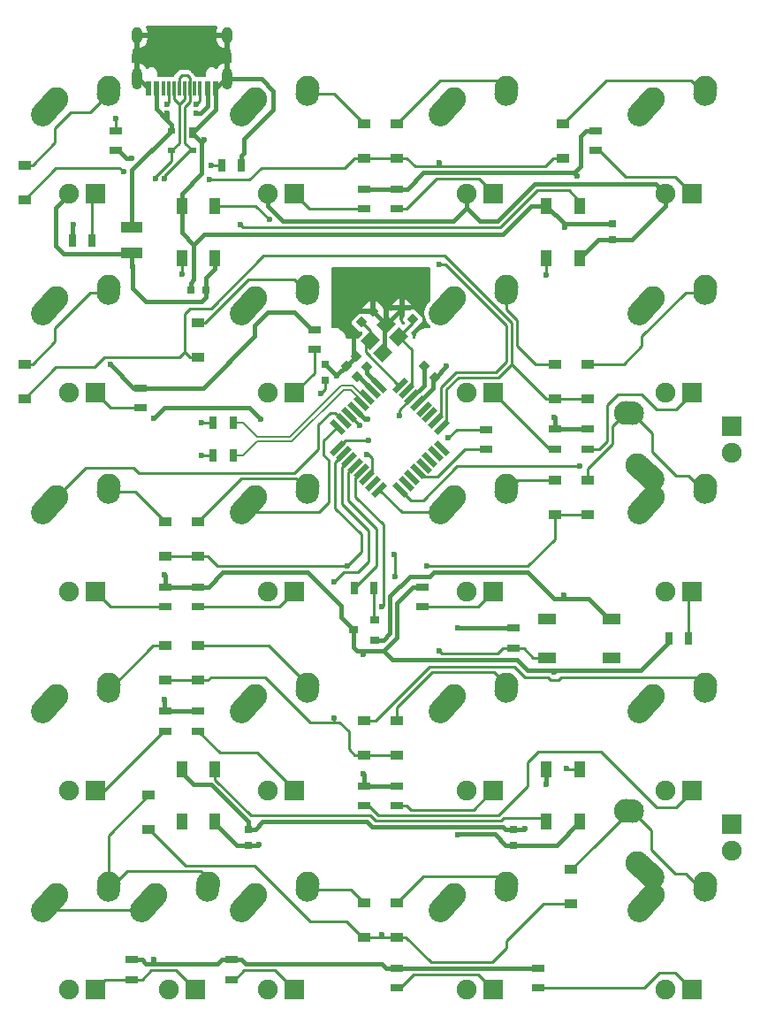
<source format=gbl>
%TF.GenerationSoftware,KiCad,Pcbnew,(7.0.0)*%
%TF.CreationDate,2023-03-11T20:18:40+01:00*%
%TF.ProjectId,Voyager20-TQFP,566f7961-6765-4723-9230-2d545146502e,rev?*%
%TF.SameCoordinates,Original*%
%TF.FileFunction,Copper,L2,Bot*%
%TF.FilePolarity,Positive*%
%FSLAX46Y46*%
G04 Gerber Fmt 4.6, Leading zero omitted, Abs format (unit mm)*
G04 Created by KiCad (PCBNEW (7.0.0)) date 2023-03-11 20:18:40*
%MOMM*%
%LPD*%
G01*
G04 APERTURE LIST*
G04 Aperture macros list*
%AMHorizOval*
0 Thick line with rounded ends*
0 $1 width*
0 $2 $3 position (X,Y) of the first rounded end (center of the circle)*
0 $4 $5 position (X,Y) of the second rounded end (center of the circle)*
0 Add line between two ends*
20,1,$1,$2,$3,$4,$5,0*
0 Add two circle primitives to create the rounded ends*
1,1,$1,$2,$3*
1,1,$1,$4,$5*%
%AMRotRect*
0 Rectangle, with rotation*
0 The origin of the aperture is its center*
0 $1 length*
0 $2 width*
0 $3 Rotation angle, in degrees counterclockwise*
0 Add horizontal line*
21,1,$1,$2,0,0,$3*%
G04 Aperture macros list end*
%TA.AperFunction,ComponentPad*%
%ADD10HorizOval,2.250000X0.655001X0.730000X-0.655001X-0.730000X0*%
%TD*%
%TA.AperFunction,ComponentPad*%
%ADD11C,2.250000*%
%TD*%
%TA.AperFunction,ComponentPad*%
%ADD12HorizOval,2.250000X0.020000X0.290000X-0.020000X-0.290000X0*%
%TD*%
%TA.AperFunction,ComponentPad*%
%ADD13C,1.905000*%
%TD*%
%TA.AperFunction,ComponentPad*%
%ADD14R,1.905000X1.905000*%
%TD*%
%TA.AperFunction,ComponentPad*%
%ADD15HorizOval,2.250000X-0.730000X0.655001X0.730000X-0.655001X0*%
%TD*%
%TA.AperFunction,ComponentPad*%
%ADD16HorizOval,2.250000X-0.290000X0.020000X0.290000X-0.020000X0*%
%TD*%
%TA.AperFunction,SMDPad,CuDef*%
%ADD17RotRect,0.800000X0.750000X45.000000*%
%TD*%
%TA.AperFunction,SMDPad,CuDef*%
%ADD18RotRect,0.800000X0.750000X135.000000*%
%TD*%
%TA.AperFunction,SMDPad,CuDef*%
%ADD19R,0.750000X0.800000*%
%TD*%
%TA.AperFunction,SMDPad,CuDef*%
%ADD20R,0.800000X0.750000*%
%TD*%
%TA.AperFunction,SMDPad,CuDef*%
%ADD21R,1.200000X0.900000*%
%TD*%
%TA.AperFunction,SMDPad,CuDef*%
%ADD22R,1.000000X1.600000*%
%TD*%
%TA.AperFunction,SMDPad,CuDef*%
%ADD23R,2.030000X1.140000*%
%TD*%
%TA.AperFunction,SMDPad,CuDef*%
%ADD24R,1.300000X0.700000*%
%TD*%
%TA.AperFunction,SMDPad,CuDef*%
%ADD25R,0.700000X1.300000*%
%TD*%
%TA.AperFunction,SMDPad,CuDef*%
%ADD26R,1.800000X1.100000*%
%TD*%
%TA.AperFunction,SMDPad,CuDef*%
%ADD27R,0.700000X1.000000*%
%TD*%
%TA.AperFunction,SMDPad,CuDef*%
%ADD28R,0.700000X0.600000*%
%TD*%
%TA.AperFunction,SMDPad,CuDef*%
%ADD29R,0.600000X1.450000*%
%TD*%
%TA.AperFunction,SMDPad,CuDef*%
%ADD30R,0.300000X1.450000*%
%TD*%
%TA.AperFunction,ComponentPad*%
%ADD31O,1.000000X1.600000*%
%TD*%
%TA.AperFunction,ComponentPad*%
%ADD32O,1.000000X2.100000*%
%TD*%
%TA.AperFunction,SMDPad,CuDef*%
%ADD33RotRect,1.400000X1.200000X45.000000*%
%TD*%
%TA.AperFunction,SMDPad,CuDef*%
%ADD34RotRect,1.600000X0.550000X225.000000*%
%TD*%
%TA.AperFunction,SMDPad,CuDef*%
%ADD35RotRect,1.600000X0.550000X135.000000*%
%TD*%
%TA.AperFunction,SMDPad,CuDef*%
%ADD36R,0.900000X0.800000*%
%TD*%
%TA.AperFunction,ViaPad*%
%ADD37C,0.600000*%
%TD*%
%TA.AperFunction,Conductor*%
%ADD38C,0.381000*%
%TD*%
%TA.AperFunction,Conductor*%
%ADD39C,0.254000*%
%TD*%
%TA.AperFunction,Conductor*%
%ADD40C,0.200000*%
%TD*%
%TA.AperFunction,Conductor*%
%ADD41C,0.250000*%
%TD*%
G04 APERTURE END LIST*
D10*
X44470000Y-36417499D03*
D11*
X45125000Y-35687500D03*
D12*
X50144999Y-34897499D03*
D11*
X50165000Y-34607500D03*
D13*
X46355000Y-44767500D03*
D14*
X48894999Y-44767499D03*
D10*
X63520000Y-36417499D03*
D11*
X64175000Y-35687500D03*
D12*
X69194999Y-34897499D03*
D11*
X69215000Y-34607500D03*
D13*
X65405000Y-44767500D03*
D14*
X67944999Y-44767499D03*
D10*
X82570000Y-36417499D03*
D11*
X83225000Y-35687500D03*
D12*
X88244999Y-34897499D03*
D11*
X88265000Y-34607500D03*
D13*
X84455000Y-44767500D03*
D14*
X86994999Y-44767499D03*
D10*
X101620000Y-36417499D03*
D11*
X102275000Y-35687500D03*
D12*
X107294999Y-34897499D03*
D11*
X107315000Y-34607500D03*
D13*
X103505000Y-44767500D03*
D14*
X106044999Y-44767499D03*
D10*
X44470000Y-55467499D03*
D11*
X45125000Y-54737500D03*
D12*
X50144999Y-53947499D03*
D11*
X50165000Y-53657500D03*
D13*
X46355000Y-63817500D03*
D14*
X48894999Y-63817499D03*
D10*
X63520000Y-55467499D03*
D11*
X64175000Y-54737500D03*
D12*
X69194999Y-53947499D03*
D11*
X69215000Y-53657500D03*
D13*
X65405000Y-63817500D03*
D14*
X67944999Y-63817499D03*
D10*
X82570000Y-55467499D03*
D11*
X83225000Y-54737500D03*
D12*
X88244999Y-53947499D03*
D11*
X88265000Y-53657500D03*
D13*
X84455000Y-63817500D03*
D14*
X86994999Y-63817499D03*
D10*
X101620000Y-55467499D03*
D11*
X102275000Y-54737500D03*
D12*
X107294999Y-53947499D03*
D11*
X107315000Y-53657500D03*
D13*
X103505000Y-63817500D03*
D14*
X106044999Y-63817499D03*
D10*
X44470000Y-74517499D03*
D11*
X45125000Y-73787500D03*
D12*
X50144999Y-72997499D03*
D11*
X50165000Y-72707500D03*
D13*
X46355000Y-82867500D03*
D14*
X48894999Y-82867499D03*
D10*
X63520000Y-74517499D03*
D11*
X64175000Y-73787500D03*
D12*
X69194999Y-72997499D03*
D11*
X69215000Y-72707500D03*
D13*
X65405000Y-82867500D03*
D14*
X67944999Y-82867499D03*
D10*
X82570000Y-74517499D03*
D11*
X83225000Y-73787500D03*
D12*
X88244999Y-72997499D03*
D11*
X88265000Y-72707500D03*
D13*
X84455000Y-82867500D03*
D14*
X86994999Y-82867499D03*
D10*
X101620000Y-74517499D03*
D11*
X102275000Y-73787500D03*
D12*
X107294999Y-72997499D03*
D11*
X107315000Y-72707500D03*
D13*
X103505000Y-82867500D03*
D14*
X106044999Y-82867499D03*
D10*
X44470000Y-93567499D03*
D11*
X45125000Y-92837500D03*
D12*
X50144999Y-92047499D03*
D11*
X50165000Y-91757500D03*
D13*
X46355000Y-101917500D03*
D14*
X48894999Y-101917499D03*
D10*
X63520000Y-93567499D03*
D11*
X64175000Y-92837500D03*
D12*
X69194999Y-92047499D03*
D11*
X69215000Y-91757500D03*
D13*
X65405000Y-101917500D03*
D14*
X67944999Y-101917499D03*
D10*
X82570000Y-93567499D03*
D11*
X83225000Y-92837500D03*
D12*
X88244999Y-92047499D03*
D11*
X88265000Y-91757500D03*
D13*
X84455000Y-101917500D03*
D14*
X86994999Y-101917499D03*
D10*
X101620000Y-93567499D03*
D11*
X102275000Y-92837500D03*
D12*
X107294999Y-92047499D03*
D11*
X107315000Y-91757500D03*
D13*
X103505000Y-101917500D03*
D14*
X106044999Y-101917499D03*
D10*
X44470000Y-112617499D03*
D11*
X45125000Y-111887500D03*
D12*
X50144999Y-111097499D03*
D11*
X50165000Y-110807500D03*
D13*
X46355000Y-120967500D03*
D14*
X48894999Y-120967499D03*
D10*
X63520000Y-112617499D03*
D11*
X64175000Y-111887500D03*
D12*
X69194999Y-111097499D03*
D11*
X69215000Y-110807500D03*
D13*
X65405000Y-120967500D03*
D14*
X67944999Y-120967499D03*
D10*
X82570000Y-112617499D03*
D11*
X83225000Y-111887500D03*
D12*
X88244999Y-111097499D03*
D11*
X88265000Y-110807500D03*
D13*
X84455000Y-120967500D03*
D14*
X86994999Y-120967499D03*
D10*
X101620000Y-112617499D03*
D11*
X102275000Y-111887500D03*
D12*
X107294999Y-111097499D03*
D11*
X107315000Y-110807500D03*
D13*
X103505000Y-120967500D03*
D14*
X106044999Y-120967499D03*
D15*
X101504999Y-71417498D03*
D11*
X100775000Y-70762500D03*
D16*
X99984999Y-65742499D03*
D11*
X99695000Y-65722500D03*
D13*
X109855000Y-69532500D03*
D14*
X109854999Y-66992499D03*
D15*
X101504999Y-109517498D03*
D11*
X100775000Y-108862500D03*
D16*
X99984999Y-103842499D03*
D11*
X99695000Y-103822500D03*
D13*
X109855000Y-107632500D03*
D14*
X109854999Y-105092499D03*
D10*
X53995000Y-112617499D03*
D11*
X54650000Y-111887500D03*
D12*
X59669999Y-111097499D03*
D11*
X59690000Y-110807500D03*
D13*
X55880000Y-120967500D03*
D14*
X58419999Y-120967499D03*
D17*
X74361223Y-57036732D03*
X75421883Y-55976072D03*
D18*
X79298821Y-56772167D03*
X78238161Y-55711507D03*
D19*
X70893356Y-62588637D03*
X70893356Y-61088637D03*
D18*
X81418538Y-62334431D03*
X80357878Y-61273771D03*
X73976629Y-62294549D03*
X72915969Y-61233889D03*
X74900046Y-61371132D03*
X73839386Y-60310472D03*
D20*
X59487499Y-53974999D03*
X57987499Y-53974999D03*
D19*
X98424999Y-49168749D03*
X98424999Y-47668749D03*
X63499999Y-107112499D03*
X63499999Y-105612499D03*
X88899999Y-107112499D03*
X88899999Y-105612499D03*
D21*
X42068749Y-45306249D03*
X42068749Y-42006249D03*
X74612499Y-41337499D03*
X74612499Y-38037499D03*
X77787499Y-41337499D03*
X77787499Y-38037499D03*
X93662499Y-41337499D03*
X93662499Y-38037499D03*
X42068749Y-64356249D03*
X42068749Y-61056249D03*
X58737499Y-60387499D03*
X58737499Y-57087499D03*
D22*
X60337499Y-50918749D03*
X57137499Y-50918749D03*
X57137499Y-45918749D03*
X60337499Y-45918749D03*
D21*
X55562499Y-79437499D03*
X55562499Y-76137499D03*
X58737499Y-79437499D03*
X58737499Y-76137499D03*
X92868749Y-75468749D03*
X92868749Y-72168749D03*
X96043749Y-75468749D03*
X96043749Y-72168749D03*
X77787499Y-98487499D03*
X77787499Y-95187499D03*
X74612499Y-98487499D03*
X74612499Y-95187499D03*
X53974999Y-105631249D03*
X53974999Y-102331249D03*
X74612499Y-115949999D03*
X74612499Y-112649999D03*
X77787499Y-115949999D03*
X77787499Y-112649999D03*
X94456249Y-112774999D03*
X94456249Y-109474999D03*
D22*
X95262499Y-104893749D03*
X92062499Y-104893749D03*
X92062499Y-99893749D03*
X95262499Y-99893749D03*
X60337499Y-104893749D03*
X57137499Y-104893749D03*
X57137499Y-99893749D03*
X60337499Y-99893749D03*
D23*
X52387499Y-50412499D03*
X52387499Y-48012499D03*
D24*
X88899999Y-86362499D03*
X88899999Y-88262499D03*
D25*
X62068749Y-66674999D03*
X60168749Y-66674999D03*
X60168749Y-69849999D03*
X62068749Y-69849999D03*
X60962499Y-42068749D03*
X62862499Y-42068749D03*
D24*
X86260894Y-67331031D03*
X86260894Y-69231031D03*
X50799999Y-38737499D03*
X50799999Y-40637499D03*
D25*
X48574999Y-49212499D03*
X46674999Y-49212499D03*
D24*
X96837499Y-40637499D03*
X96837499Y-38737499D03*
X53181249Y-65243749D03*
X53181249Y-63343749D03*
X69849999Y-59687499D03*
X69849999Y-57787499D03*
X92868749Y-69212499D03*
X92868749Y-67312499D03*
X96043749Y-69212499D03*
X96043749Y-67312499D03*
X55562499Y-84293749D03*
X55562499Y-82393749D03*
X58737499Y-84293749D03*
X58737499Y-82393749D03*
X80168749Y-84293749D03*
X80168749Y-82393749D03*
D25*
X105724999Y-87312499D03*
X103824999Y-87312499D03*
D24*
X77787499Y-103343749D03*
X77787499Y-101443749D03*
X74612499Y-103343749D03*
X74612499Y-101443749D03*
X52387499Y-120012499D03*
X52387499Y-118112499D03*
X61912499Y-120012499D03*
X61912499Y-118112499D03*
X77787499Y-120806249D03*
X77787499Y-118906249D03*
X91281249Y-120806249D03*
X91281249Y-118906249D03*
D26*
X98349999Y-85462499D03*
X92149999Y-89162499D03*
X98349999Y-89162499D03*
X92149999Y-85462499D03*
D27*
X58149999Y-38937499D03*
D28*
X58149999Y-40637499D03*
X56149999Y-40637499D03*
X56149999Y-38737499D03*
D29*
X53924999Y-34682499D03*
X54699999Y-34682499D03*
D30*
X55399999Y-34682499D03*
X55899999Y-34682499D03*
X56399999Y-34682499D03*
X56899999Y-34682499D03*
X57399999Y-34682499D03*
X57899999Y-34682499D03*
X58399999Y-34682499D03*
X58899999Y-34682499D03*
D29*
X59599999Y-34682499D03*
X60374999Y-34682499D03*
D31*
X52829999Y-29587499D03*
D32*
X52829999Y-33767499D03*
D31*
X61469999Y-29587499D03*
D32*
X61469999Y-33767499D03*
D33*
X76396138Y-60026553D03*
X77951773Y-58470918D03*
X76749692Y-57268837D03*
X75194057Y-58824472D03*
D34*
X78087294Y-63107340D03*
X78652979Y-63673026D03*
X79218665Y-64238711D03*
X79784350Y-64804396D03*
X80350036Y-65370082D03*
X80915721Y-65935767D03*
X81481406Y-66501453D03*
X82047092Y-67067138D03*
D35*
X82047092Y-69117748D03*
X81481406Y-69683433D03*
X80915721Y-70249119D03*
X80350036Y-70814804D03*
X79784350Y-71380490D03*
X79218665Y-71946175D03*
X78652979Y-72511860D03*
X78087294Y-73077546D03*
D34*
X76036684Y-73077546D03*
X75470999Y-72511860D03*
X74905313Y-71946175D03*
X74339628Y-71380490D03*
X73773942Y-70814804D03*
X73208257Y-70249119D03*
X72642572Y-69683433D03*
X72076886Y-69117748D03*
D35*
X72076886Y-67067138D03*
X72642572Y-66501453D03*
X73208257Y-65935767D03*
X73773942Y-65370082D03*
X74339628Y-64804396D03*
X74905313Y-64238711D03*
X75470999Y-63673026D03*
X76036684Y-63107340D03*
D22*
X95262499Y-50918749D03*
X92062499Y-50918749D03*
X92062499Y-45918749D03*
X95262499Y-45918749D03*
D36*
X75612499Y-85568749D03*
X75612499Y-87468749D03*
X73612499Y-86518749D03*
D25*
X75562499Y-82549999D03*
X73662499Y-82549999D03*
D24*
X58737499Y-96199999D03*
X58737499Y-94299999D03*
X55562499Y-96199999D03*
X55562499Y-94299999D03*
D21*
X58737499Y-91343749D03*
X58737499Y-88043749D03*
X55562499Y-91343749D03*
X55562499Y-88043749D03*
X96043749Y-64356249D03*
X96043749Y-61056249D03*
X92868749Y-64356249D03*
X92868749Y-61056249D03*
D24*
X77787499Y-46193749D03*
X77787499Y-44293749D03*
X74612499Y-46193749D03*
X74612499Y-44293749D03*
D37*
X82675481Y-68129239D03*
X93853000Y-48006000D03*
X72007097Y-62200262D03*
X78000000Y-66000000D03*
X93726000Y-83185000D03*
X52324000Y-41402000D03*
X59309000Y-39624000D03*
X90043000Y-105537000D03*
X74943604Y-66323575D03*
X92075000Y-101346000D03*
X70475993Y-63852417D03*
X74214957Y-66956577D03*
X83566000Y-106172000D03*
X64694285Y-66374768D03*
X52451000Y-51689000D03*
X82514333Y-61288436D03*
X64516000Y-107061000D03*
X54483000Y-66294000D03*
X83566000Y-86360000D03*
X81788000Y-51562000D03*
X81788000Y-41783000D03*
X59817000Y-43434000D03*
X51562000Y-42672000D03*
X73000000Y-80391000D03*
X80645000Y-80391000D03*
X71755000Y-81915000D03*
X71755000Y-94996000D03*
X58547000Y-37084000D03*
X55753000Y-37084000D03*
X95250000Y-70866000D03*
X77538625Y-81387899D03*
X81788000Y-88519000D03*
X75000000Y-68348645D03*
X77528191Y-79305429D03*
X74832524Y-69730872D03*
X65532000Y-47244000D03*
X92075000Y-52578000D03*
X93980000Y-99822000D03*
X54610000Y-43307000D03*
X59055000Y-66675000D03*
X55499000Y-43307000D03*
X59055000Y-69850000D03*
X59944000Y-42037000D03*
X58547000Y-36195000D03*
X55753000Y-36195000D03*
X50800000Y-37592000D03*
X57150000Y-52451000D03*
X62738000Y-47752000D03*
X76327000Y-115697000D03*
X76327000Y-84328000D03*
X74549000Y-88900000D03*
X92837000Y-66167000D03*
X92837000Y-90589090D03*
X46736000Y-47752000D03*
X54483000Y-118110000D03*
X50292000Y-61087000D03*
X55499000Y-81280000D03*
X94996000Y-43053000D03*
X74549000Y-100330000D03*
X55499000Y-93218000D03*
D38*
X76581664Y-59841029D02*
X76396139Y-60026554D01*
X76581664Y-57436867D02*
X76581664Y-59841029D01*
X76749693Y-57268838D02*
X76581664Y-57436867D01*
D39*
X74746950Y-59271581D02*
X74746950Y-59934643D01*
X74746950Y-59934643D02*
X77919648Y-63107341D01*
X75194058Y-57869567D02*
X75194058Y-58824473D01*
X77919648Y-63107341D02*
X78087295Y-63107341D01*
X74361224Y-57036733D02*
X75194058Y-57869567D01*
X75194058Y-58824473D02*
X74746950Y-59271581D01*
X83473688Y-67331032D02*
X82675481Y-68129239D01*
D38*
X75456928Y-55976073D02*
X76749693Y-57268838D01*
X72007097Y-62200262D02*
X72007097Y-62142763D01*
X62862500Y-41150500D02*
X63119000Y-40894000D01*
X58293000Y-101346000D02*
X57137500Y-100190500D01*
X51051500Y-40637500D02*
X51816000Y-41402000D01*
X93853000Y-47709250D02*
X93812500Y-47668750D01*
X73587293Y-58047208D02*
X73170597Y-57630512D01*
X61290000Y-33767500D02*
X60375000Y-34682500D01*
X92075000Y-101346000D02*
X92062500Y-101333500D01*
X59944000Y-101346000D02*
X58293000Y-101346000D01*
X61470000Y-33767500D02*
X61290000Y-33767500D01*
X57987500Y-53975000D02*
X57987500Y-53264500D01*
X51816000Y-41402000D02*
X52324000Y-41402000D01*
X73170597Y-56857016D02*
X74051540Y-55976073D01*
X73839387Y-60310473D02*
X72915970Y-61233890D01*
D39*
X86260895Y-67331032D02*
X83473688Y-67331032D01*
D38*
X87884000Y-48641000D02*
X59309000Y-48641000D01*
X74943604Y-66323575D02*
X74727435Y-66323575D01*
X74051540Y-55976073D02*
X75421884Y-55976073D01*
X93726000Y-83185000D02*
X93726000Y-83566000D01*
X57137500Y-45918750D02*
X57137500Y-44716500D01*
X50800000Y-40637500D02*
X51051500Y-40637500D01*
X77089000Y-83312000D02*
X78994000Y-81407000D01*
X62862500Y-42068750D02*
X62862500Y-41150500D01*
X76488250Y-87468750D02*
X77089000Y-86868000D01*
X78238162Y-55711508D02*
X78238162Y-55780369D01*
X57987500Y-53264500D02*
X58293000Y-52959000D01*
X63119000Y-39497000D02*
X65913000Y-36703000D01*
X88138000Y-105612500D02*
X87935500Y-105410000D01*
X73587293Y-60058379D02*
X73587293Y-58047208D01*
X98425000Y-47668750D02*
X93812500Y-47668750D01*
X61470000Y-29587500D02*
X52830000Y-29587500D01*
X93726000Y-83566000D02*
X96139000Y-83566000D01*
X72007097Y-62142763D02*
X72915970Y-61233890D01*
X63500000Y-105612500D02*
X63500000Y-104902000D01*
X92837000Y-83566000D02*
X93726000Y-83566000D01*
X92062500Y-45918750D02*
X90606250Y-45918750D01*
X60375000Y-36712500D02*
X58150000Y-38937500D01*
X74854500Y-104902000D02*
X64897000Y-104902000D01*
X81280000Y-81026000D02*
X90297000Y-81026000D01*
X57137500Y-48501500D02*
X57137500Y-45918750D01*
X58150000Y-38937500D02*
X58150000Y-38973000D01*
X77089000Y-86868000D02*
X77089000Y-83312000D01*
X57137500Y-44716500D02*
X59055000Y-42799000D01*
X63119000Y-40894000D02*
X63119000Y-39497000D01*
X75362500Y-105410000D02*
X74854500Y-104902000D01*
X98035500Y-85462500D02*
X96139000Y-83566000D01*
X90297000Y-81026000D02*
X92837000Y-83566000D01*
X78994000Y-81407000D02*
X80899000Y-81407000D01*
X63500000Y-104902000D02*
X59944000Y-101346000D01*
X59055000Y-39878000D02*
X59055000Y-42799000D01*
X79218666Y-64238712D02*
X80357879Y-63099499D01*
X52830000Y-33767500D02*
X53010000Y-33767500D01*
X88900000Y-105612500D02*
X89967500Y-105612500D01*
X73839387Y-60310473D02*
X73587293Y-60058379D01*
X58150000Y-38973000D02*
X59055000Y-39878000D01*
X52830000Y-29587500D02*
X52830000Y-33767500D01*
X87935500Y-105410000D02*
X75362500Y-105410000D01*
X90606250Y-45918750D02*
X87884000Y-48641000D01*
X65913000Y-36703000D02*
X65913000Y-34925000D01*
X65913000Y-34925000D02*
X64755500Y-33767500D01*
X80357879Y-63099499D02*
X80357879Y-61273772D01*
X59309000Y-48641000D02*
X58293000Y-49657000D01*
X59309000Y-39624000D02*
X59055000Y-39878000D01*
X92062500Y-101333500D02*
X92062500Y-99893750D01*
X75612500Y-87468750D02*
X76488250Y-87468750D01*
X98350000Y-85462500D02*
X98035500Y-85462500D01*
X58293000Y-52959000D02*
X58293000Y-49657000D01*
X53010000Y-33767500D02*
X53925000Y-34682500D01*
X89967500Y-105612500D02*
X90043000Y-105537000D01*
X60375000Y-34682500D02*
X60375000Y-36712500D01*
X88900000Y-105612500D02*
X88138000Y-105612500D01*
X64755500Y-33767500D02*
X61470000Y-33767500D01*
X70895473Y-61088638D02*
X70893357Y-61088638D01*
X57137500Y-100190500D02*
X57137500Y-99893750D01*
X75421884Y-55976073D02*
X75456928Y-55976073D01*
X93812500Y-47668750D02*
X92062500Y-45918750D01*
X78238162Y-55780369D02*
X76749693Y-57268838D01*
D39*
X78000000Y-65457378D02*
X78000000Y-66000000D01*
D38*
X80899000Y-81407000D02*
X81280000Y-81026000D01*
X58293000Y-49657000D02*
X57137500Y-48501500D01*
X72007097Y-62200262D02*
X70895473Y-61088638D01*
X74727435Y-66323575D02*
X73773943Y-65370083D01*
X64897000Y-104902000D02*
X64186500Y-105612500D01*
X73170597Y-57630512D02*
X73170597Y-56857016D01*
X93853000Y-48006000D02*
X93853000Y-47709250D01*
X64186500Y-105612500D02*
X63500000Y-105612500D01*
D39*
X79218666Y-64238712D02*
X78000000Y-65457378D01*
D38*
X61470000Y-33767500D02*
X61470000Y-29587500D01*
D39*
X77951774Y-58470919D02*
X79298822Y-57123871D01*
X79177018Y-63148989D02*
X78652980Y-63673027D01*
X77951774Y-58470919D02*
X79177018Y-59696163D01*
X79177018Y-59696163D02*
X79177018Y-63148989D01*
X79298822Y-57123871D02*
X79298822Y-56772168D01*
X70893357Y-63435053D02*
X70475993Y-63852417D01*
X70893357Y-62588638D02*
X70893357Y-63435053D01*
X73208258Y-65949878D02*
X73208258Y-65935768D01*
X74214957Y-66956577D02*
X73208258Y-65949878D01*
D38*
X73976630Y-62294550D02*
X74092523Y-62294550D01*
X90932000Y-43815000D02*
X102552500Y-43815000D01*
X74900047Y-61371133D02*
X74900047Y-61970703D01*
X88900000Y-86362500D02*
X83568500Y-86362500D01*
X46355000Y-44831000D02*
X45085000Y-46101000D01*
X84455000Y-46101000D02*
X84455000Y-44767500D01*
X83185000Y-47371000D02*
X84455000Y-46101000D01*
X63500000Y-107112500D02*
X64464500Y-107112500D01*
X60337500Y-51982000D02*
X59487500Y-52832000D01*
X87376000Y-47371000D02*
X90932000Y-43815000D01*
X55499000Y-65278000D02*
X54483000Y-66294000D01*
X46355000Y-44767500D02*
X46355000Y-44831000D01*
X84455000Y-46101000D02*
X85725000Y-47371000D01*
X52451000Y-53848000D02*
X52451000Y-51689000D01*
X59487500Y-53975000D02*
X59487500Y-52832000D01*
X85725000Y-47371000D02*
X87376000Y-47371000D01*
X64464500Y-107112500D02*
X64516000Y-107061000D01*
X98425000Y-49168750D02*
X97012500Y-49168750D01*
X59487500Y-54685500D02*
X59055000Y-55118000D01*
X103505000Y-44767500D02*
X103505000Y-45974000D01*
X60337500Y-104893750D02*
X60337500Y-105041500D01*
X63597517Y-65278000D02*
X55499000Y-65278000D01*
X60337500Y-50918750D02*
X60337500Y-51982000D01*
X83693000Y-106045000D02*
X83566000Y-106172000D01*
X62408500Y-107112500D02*
X62992000Y-107112500D01*
X64694285Y-66374768D02*
X63597517Y-65278000D01*
X60337500Y-105041500D02*
X62408500Y-107112500D01*
X81180369Y-62572602D02*
X81418539Y-62334432D01*
X93043750Y-107112500D02*
X95262500Y-104893750D01*
X52387500Y-51625500D02*
X52451000Y-51689000D01*
X102552500Y-43815000D02*
X103505000Y-44767500D01*
X63500000Y-107112500D02*
X62992000Y-107112500D01*
X65405000Y-44767500D02*
X65405000Y-45974000D01*
X59055000Y-55118000D02*
X53721000Y-55118000D01*
X88900000Y-107112500D02*
X93043750Y-107112500D01*
X59487500Y-53975000D02*
X59487500Y-54685500D01*
X83568500Y-86362500D02*
X83566000Y-86360000D01*
X81180369Y-63408379D02*
X81180369Y-62572602D01*
X74900047Y-61970703D02*
X76036685Y-63107341D01*
X81468337Y-62334432D02*
X82514333Y-61288436D01*
X45085000Y-46101000D02*
X45085000Y-49784000D01*
X81418539Y-62334432D02*
X81468337Y-62334432D01*
X52387500Y-50412500D02*
X52387500Y-51625500D01*
X79784351Y-64804397D02*
X81180369Y-63408379D01*
X88189500Y-107112500D02*
X87122000Y-106045000D01*
X87122000Y-106045000D02*
X83693000Y-106045000D01*
X52254000Y-50546000D02*
X52387500Y-50412500D01*
X53721000Y-55118000D02*
X52451000Y-53848000D01*
X45847000Y-50546000D02*
X52254000Y-50546000D01*
X100310250Y-49168750D02*
X98425000Y-49168750D01*
X103505000Y-45974000D02*
X100310250Y-49168750D01*
X65405000Y-45974000D02*
X66802000Y-47371000D01*
X97012500Y-49168750D02*
X95262500Y-50918750D01*
X88900000Y-107112500D02*
X88189500Y-107112500D01*
X66802000Y-47371000D02*
X83185000Y-47371000D01*
X45085000Y-49784000D02*
X45847000Y-50546000D01*
X74092523Y-62294550D02*
X75471000Y-63673027D01*
D39*
X88265000Y-57404000D02*
X88265000Y-60833000D01*
X77787500Y-41337500D02*
X78675500Y-41337500D01*
X81955262Y-66027599D02*
X81481407Y-66501454D01*
X64770000Y-42291000D02*
X63627000Y-43434000D01*
X45084000Y-42291000D02*
X42068750Y-45306250D01*
X81788000Y-51562000D02*
X82423000Y-51562000D01*
X51562000Y-42672000D02*
X51181000Y-42291000D01*
X88265000Y-60833000D02*
X87249000Y-61849000D01*
X82423000Y-51562000D02*
X88265000Y-57404000D01*
X72771000Y-42291000D02*
X64897000Y-42291000D01*
X74612500Y-41337500D02*
X73724500Y-41337500D01*
X51181000Y-42291000D02*
X45084000Y-42291000D01*
X81955262Y-63283597D02*
X81955262Y-66027599D01*
X87249000Y-61849000D02*
X83389859Y-61849000D01*
X81788000Y-41783000D02*
X81915000Y-41910000D01*
X92774500Y-41337500D02*
X93662500Y-41337500D01*
X83389859Y-61849000D02*
X81955262Y-63283597D01*
X78675500Y-41337500D02*
X79502000Y-42164000D01*
X81915000Y-41910000D02*
X81915000Y-42164000D01*
X64897000Y-42291000D02*
X64770000Y-42291000D01*
X79502000Y-42164000D02*
X81915000Y-42164000D01*
X77787500Y-41337500D02*
X74612500Y-41337500D01*
X73724500Y-41337500D02*
X72771000Y-42291000D01*
X81915000Y-42164000D02*
X91948000Y-42164000D01*
X63627000Y-43434000D02*
X59817000Y-43434000D01*
X91948000Y-42164000D02*
X92774500Y-41337500D01*
X82326441Y-50703441D02*
X64993559Y-50703441D01*
X87503000Y-62357000D02*
X88773000Y-61087000D01*
X88773000Y-57150000D02*
X82326441Y-50703441D01*
X82047093Y-67067139D02*
X82520947Y-66593285D01*
X83643000Y-62357000D02*
X87503000Y-62357000D01*
X64993559Y-50703441D02*
X59944000Y-55753000D01*
X59944000Y-55753000D02*
X57912000Y-55753000D01*
X88773000Y-61087000D02*
X88773000Y-57150000D01*
X56134000Y-60387500D02*
X56896000Y-60387500D01*
X45084000Y-61341000D02*
X42068750Y-64356250D01*
X48768000Y-61341000D02*
X45084000Y-61341000D01*
X49721500Y-60387500D02*
X48768000Y-61341000D01*
X57912000Y-55753000D02*
X57404000Y-56261000D01*
X56896000Y-60387500D02*
X57404000Y-59879500D01*
X57404000Y-59879500D02*
X57912000Y-60387500D01*
X96043750Y-64356250D02*
X92868750Y-64356250D01*
X57404000Y-56261000D02*
X57404000Y-59879500D01*
X92042250Y-64356250D02*
X88773000Y-61087000D01*
X82520947Y-63479053D02*
X83643000Y-62357000D01*
X82520947Y-66593285D02*
X82520947Y-63479053D01*
X92868750Y-64356250D02*
X92042250Y-64356250D01*
X56134000Y-60387500D02*
X49721500Y-60387500D01*
X58737500Y-60387500D02*
X57912000Y-60387500D01*
X90297000Y-80391000D02*
X80645000Y-80391000D01*
X73000000Y-80391000D02*
X60579000Y-80391000D01*
X71854027Y-70471980D02*
X71854027Y-74854027D01*
X74352532Y-77352532D02*
X74352532Y-79038468D01*
X59625500Y-79437500D02*
X58737500Y-79437500D01*
X92868750Y-75468750D02*
X92868750Y-77819250D01*
X60579000Y-80391000D02*
X59625500Y-79437500D01*
X74352532Y-79038468D02*
X73000000Y-80391000D01*
X92868750Y-77819250D02*
X90297000Y-80391000D01*
X92868750Y-75468750D02*
X96043750Y-75468750D01*
X58737500Y-79437500D02*
X55562500Y-79437500D01*
X72642573Y-69683434D02*
X71854027Y-70471980D01*
X71854027Y-74854027D02*
X74352532Y-77352532D01*
X73277000Y-98042000D02*
X73152000Y-97917000D01*
X72504032Y-74504032D02*
X75000000Y-77000000D01*
X75000000Y-77000000D02*
X75000000Y-80000000D01*
X73724500Y-98487500D02*
X73279000Y-98042000D01*
X74612500Y-98487500D02*
X73724500Y-98487500D01*
X75000000Y-80000000D02*
X74000000Y-81000000D01*
X59659250Y-91343750D02*
X58737500Y-91343750D01*
X71755000Y-94996000D02*
X71755000Y-95377000D01*
X59944000Y-91059000D02*
X59659250Y-91343750D01*
X77787500Y-98487500D02*
X74612500Y-98487500D01*
X72504032Y-70953346D02*
X72504032Y-74504032D01*
X71755000Y-95377000D02*
X69469000Y-95377000D01*
X58737500Y-91343750D02*
X55562500Y-91343750D01*
X73279000Y-98042000D02*
X73277000Y-98042000D01*
X72263000Y-95377000D02*
X71755000Y-95377000D01*
X65151000Y-91059000D02*
X59944000Y-91059000D01*
X73152000Y-96266000D02*
X72263000Y-95377000D01*
X72670000Y-81000000D02*
X71755000Y-81915000D01*
X73208258Y-70249120D02*
X72504032Y-70953346D01*
X69469000Y-95377000D02*
X65151000Y-91059000D01*
X74000000Y-81000000D02*
X72670000Y-81000000D01*
X73152000Y-97917000D02*
X73152000Y-96266000D01*
D38*
X55753000Y-37084000D02*
X55753000Y-37719000D01*
X54700000Y-34682500D02*
X54700000Y-36666000D01*
X55753000Y-37719000D02*
X56150000Y-38116000D01*
X52387500Y-42500000D02*
X56150000Y-38737500D01*
X59600000Y-34682500D02*
X59600000Y-36412000D01*
X59600000Y-36412000D02*
X58928000Y-37084000D01*
X52387500Y-48012500D02*
X52387500Y-42500000D01*
X58928000Y-37084000D02*
X58547000Y-37084000D01*
X54700000Y-36666000D02*
X55753000Y-37719000D01*
X56150000Y-38116000D02*
X56150000Y-38737500D01*
D39*
X70223836Y-66886419D02*
X70223836Y-69222164D01*
X53025112Y-71501000D02*
X52517112Y-70993000D01*
X72642573Y-66501454D02*
X71858919Y-65717800D01*
X71392455Y-65717800D02*
X70223836Y-66886419D01*
X47919500Y-70993000D02*
X45125000Y-73787500D01*
X67945000Y-71501000D02*
X53025112Y-71501000D01*
X71858919Y-65717800D02*
X71392455Y-65717800D01*
X43815000Y-113347500D02*
X53340000Y-113347500D01*
X70223836Y-69222164D02*
X67945000Y-71501000D01*
X52517112Y-70993000D02*
X47919500Y-70993000D01*
X71264066Y-70287669D02*
X71264066Y-74294359D01*
X70731927Y-69755530D02*
X71264066Y-70287669D01*
X70731927Y-68412099D02*
X70731927Y-69755530D01*
X70310925Y-75247500D02*
X62865000Y-75247500D01*
X72076887Y-67067139D02*
X70731927Y-68412099D01*
X71264066Y-74294359D02*
X70310925Y-75247500D01*
X81915000Y-74168000D02*
X81915000Y-75247500D01*
X78247500Y-75247500D02*
X76077547Y-73077547D01*
X76077547Y-73077547D02*
X76036685Y-73077547D01*
X81915000Y-75247500D02*
X78247500Y-75247500D01*
X79113953Y-74104205D02*
X78097884Y-73088136D01*
X83525005Y-70866000D02*
X80286800Y-74104205D01*
X80286800Y-74104205D02*
X79113953Y-74104205D01*
X95250000Y-70866000D02*
X83525005Y-70866000D01*
X102235000Y-112077500D02*
X100965000Y-113347500D01*
X102235000Y-110172500D02*
X102235000Y-112077500D01*
X88900000Y-88262500D02*
X89913500Y-88262500D01*
X72845991Y-68348645D02*
X72076887Y-69117749D01*
X87376000Y-88773000D02*
X82169000Y-88773000D01*
X75000000Y-68348645D02*
X72845991Y-68348645D01*
X77538625Y-81387899D02*
X77538625Y-79315863D01*
X81788000Y-88519000D02*
X82042000Y-88773000D01*
X90813500Y-89162500D02*
X92150000Y-89162500D01*
X88900000Y-88262500D02*
X87886500Y-88262500D01*
X82042000Y-88773000D02*
X82169000Y-88773000D01*
X77538625Y-79315863D02*
X77528191Y-79305429D01*
X87886500Y-88262500D02*
X87376000Y-88773000D01*
X89913500Y-88262500D02*
X90813500Y-89162500D01*
X81633241Y-71854345D02*
X80258205Y-71854345D01*
X80258205Y-71854345D02*
X79784351Y-71380491D01*
X84256554Y-69231032D02*
X86260895Y-69231032D01*
X84256554Y-69231032D02*
X81633241Y-71854345D01*
X75379169Y-70099138D02*
X75379169Y-71472321D01*
X74832524Y-69730872D02*
X75010903Y-69730872D01*
X65532000Y-47244000D02*
X64206750Y-45918750D01*
X64206750Y-45918750D02*
X60337500Y-45918750D01*
X75010903Y-69730872D02*
X75379169Y-70099138D01*
X75379169Y-71472321D02*
X74905314Y-71946176D01*
X44958000Y-38481000D02*
X46482000Y-36957000D01*
X46482000Y-36957000D02*
X48355500Y-36957000D01*
X48355500Y-36957000D02*
X50125000Y-35187500D01*
X42068750Y-42006250D02*
X42829750Y-42006250D01*
X42829750Y-42006250D02*
X44958000Y-39878000D01*
X44958000Y-39878000D02*
X44958000Y-38481000D01*
X69175000Y-35187500D02*
X71762500Y-35187500D01*
X71762500Y-35187500D02*
X74612500Y-38037500D01*
X81916000Y-33909000D02*
X77787500Y-38037500D01*
X88225000Y-35187500D02*
X88225000Y-34885000D01*
X87249000Y-33909000D02*
X81916000Y-33909000D01*
X88225000Y-34885000D02*
X87249000Y-33909000D01*
X107196500Y-35187500D02*
X105918000Y-33909000D01*
X105918000Y-33909000D02*
X97791000Y-33909000D01*
X107275000Y-35187500D02*
X107196500Y-35187500D01*
X97791000Y-33909000D02*
X93662500Y-38037500D01*
X44958000Y-57658000D02*
X44958000Y-58928000D01*
X42829750Y-61056250D02*
X42068750Y-61056250D01*
X48378500Y-54237500D02*
X44958000Y-57658000D01*
X44958000Y-58928000D02*
X42829750Y-61056250D01*
X50125000Y-54237500D02*
X48378500Y-54237500D01*
X58737500Y-57087500D02*
X59371500Y-57087500D01*
X63500000Y-52959000D02*
X67896500Y-52959000D01*
X59371500Y-57087500D02*
X63500000Y-52959000D01*
X67896500Y-52959000D02*
X69175000Y-54237500D01*
X88225000Y-55840000D02*
X88225000Y-55499000D01*
X89281000Y-59309000D02*
X89281000Y-56896000D01*
X92868750Y-61056250D02*
X91028250Y-61056250D01*
X89281000Y-56896000D02*
X88225000Y-55840000D01*
X88225000Y-55499000D02*
X88225000Y-54237500D01*
X91028250Y-61056250D02*
X89281000Y-59309000D01*
X107275000Y-54237500D02*
X105401500Y-54237500D01*
X105401500Y-54237500D02*
X101219000Y-58420000D01*
X101219000Y-59309000D02*
X99471750Y-61056250D01*
X99471750Y-61056250D02*
X96043750Y-61056250D01*
X101219000Y-58420000D02*
X101219000Y-59309000D01*
X52712500Y-73287500D02*
X55562500Y-76137500D01*
X50125000Y-73287500D02*
X52712500Y-73287500D01*
X68072000Y-72009000D02*
X62866000Y-72009000D01*
X62866000Y-72009000D02*
X58737500Y-76137500D01*
X69175000Y-73112000D02*
X68072000Y-72009000D01*
X69175000Y-73287500D02*
X69175000Y-73112000D01*
X89343750Y-72168750D02*
X88225000Y-73287500D01*
X92868750Y-72168750D02*
X89343750Y-72168750D01*
X98425000Y-68707000D02*
X98425000Y-66992500D01*
X107275000Y-73287500D02*
X107196500Y-73287500D01*
X102235000Y-67722500D02*
X100275000Y-65762500D01*
X104521000Y-71755000D02*
X102235000Y-69469000D01*
X96043750Y-71088250D02*
X98425000Y-68707000D01*
X107196500Y-73287500D02*
X105664000Y-71755000D01*
X98425000Y-66992500D02*
X99695000Y-65722500D01*
X105664000Y-71755000D02*
X104521000Y-71755000D01*
X102235000Y-69469000D02*
X102235000Y-67722500D01*
X96043750Y-72168750D02*
X96043750Y-71088250D01*
X55562500Y-88043750D02*
X54418750Y-88043750D01*
X54418750Y-88043750D02*
X50125000Y-92337500D01*
X58737500Y-88043750D02*
X65501250Y-88043750D01*
X65501250Y-88043750D02*
X69215000Y-91757500D01*
X77787500Y-93916500D02*
X81153000Y-90551000D01*
X81153000Y-90551000D02*
X87058500Y-90551000D01*
X87058500Y-90551000D02*
X88265000Y-91757500D01*
X77787500Y-95187500D02*
X77787500Y-93916500D01*
X92202000Y-91059000D02*
X92456000Y-91313000D01*
X90043000Y-91059000D02*
X92202000Y-91059000D01*
X89027000Y-90043000D02*
X90043000Y-91059000D01*
X74612500Y-95187500D02*
X75754500Y-95187500D01*
X93218000Y-91313000D02*
X93472000Y-91059000D01*
X93472000Y-91059000D02*
X106616500Y-91059000D01*
X80899000Y-90043000D02*
X89027000Y-90043000D01*
X75754500Y-95187500D02*
X80899000Y-90043000D01*
X106616500Y-91059000D02*
X107315000Y-91757500D01*
X92456000Y-91313000D02*
X93218000Y-91313000D01*
X92062500Y-52565500D02*
X92075000Y-52578000D01*
X94051750Y-99893750D02*
X95262500Y-99893750D01*
X92062500Y-50918750D02*
X92062500Y-52565500D01*
X93980000Y-99822000D02*
X94051750Y-99893750D01*
X50125000Y-106181250D02*
X53975000Y-102331250D01*
X50125000Y-111387500D02*
X50125000Y-106181250D01*
X59650000Y-110323000D02*
X58928000Y-109601000D01*
X51911500Y-109601000D02*
X50125000Y-111387500D01*
X58928000Y-109601000D02*
X51911500Y-109601000D01*
X59650000Y-111387500D02*
X59650000Y-110323000D01*
X69175000Y-111387500D02*
X73350000Y-111387500D01*
X73350000Y-111387500D02*
X74612500Y-112650000D01*
X88225000Y-111387500D02*
X88225000Y-110831000D01*
X88225000Y-110831000D02*
X87503000Y-110109000D01*
X87503000Y-110109000D02*
X80328500Y-110109000D01*
X80328500Y-110109000D02*
X77787500Y-112650000D01*
X102108000Y-105695500D02*
X100275000Y-103862500D01*
X102108000Y-107569000D02*
X102108000Y-105695500D01*
X106942500Y-111387500D02*
X105410000Y-109855000D01*
X100068750Y-103862500D02*
X96870250Y-107061000D01*
X107275000Y-111387500D02*
X106942500Y-111387500D01*
X105410000Y-109855000D02*
X104394000Y-109855000D01*
X100275000Y-103862500D02*
X100068750Y-103862500D01*
X104394000Y-109855000D02*
X102108000Y-107569000D01*
X96870250Y-107061000D02*
X94456250Y-109475000D01*
X60337500Y-99893750D02*
X60337500Y-100850500D01*
X75184000Y-104267000D02*
X75692000Y-104775000D01*
X87757000Y-104775000D02*
X88011000Y-104521000D01*
X63754000Y-104267000D02*
X75184000Y-104267000D01*
X75692000Y-104775000D02*
X87757000Y-104775000D01*
X91689750Y-104521000D02*
X92062500Y-104893750D01*
X60337500Y-100850500D02*
X63754000Y-104267000D01*
X88011000Y-104521000D02*
X91689750Y-104521000D01*
D40*
X62068750Y-66675000D02*
X63043751Y-66675000D01*
X72427835Y-63090062D02*
X73509178Y-63090062D01*
X64406251Y-68037500D02*
X67480397Y-68037500D01*
X74657828Y-64238712D02*
X74905314Y-64238712D01*
X67480397Y-68037500D02*
X72427835Y-63090062D01*
X73509178Y-63090062D02*
X74657828Y-64238712D01*
X63043751Y-66675000D02*
X64406251Y-68037500D01*
D39*
X56150000Y-41640000D02*
X54610000Y-43180000D01*
D41*
X56400000Y-35699000D02*
X56896000Y-36195000D01*
X56896000Y-36195000D02*
X56896000Y-39891500D01*
X56896000Y-39891500D02*
X56150000Y-40637500D01*
D39*
X60168750Y-66675000D02*
X59055000Y-66675000D01*
D41*
X57400000Y-35691000D02*
X56896000Y-36195000D01*
D39*
X56150000Y-40637500D02*
X56150000Y-41640000D01*
X54610000Y-43180000D02*
X54610000Y-43307000D01*
D41*
X56400000Y-34682500D02*
X56400000Y-35699000D01*
X57400000Y-34682500D02*
X57400000Y-35691000D01*
D40*
X74339629Y-64556911D02*
X74339629Y-64804397D01*
X67705134Y-68487500D02*
X72652572Y-63540062D01*
X64406251Y-68487500D02*
X67705134Y-68487500D01*
X72652572Y-63540062D02*
X73322780Y-63540062D01*
X62068750Y-69850000D02*
X63043751Y-69850000D01*
X63043751Y-69850000D02*
X64406251Y-68487500D01*
X73322780Y-63540062D02*
X74339629Y-64556911D01*
D41*
X57900000Y-34682500D02*
X57900000Y-33643000D01*
D39*
X57914500Y-40637500D02*
X58150000Y-40637500D01*
D41*
X57900000Y-33643000D02*
X57658000Y-33401000D01*
X57900000Y-34682500D02*
X57900000Y-35953000D01*
X57658000Y-33401000D02*
X57150000Y-33401000D01*
D39*
X60168750Y-69850000D02*
X59055000Y-69850000D01*
D41*
X57900000Y-35953000D02*
X57404000Y-36449000D01*
X57150000Y-33401000D02*
X56900000Y-33651000D01*
X56900000Y-33651000D02*
X56900000Y-34682500D01*
X57404000Y-39891500D02*
X58150000Y-40637500D01*
X57404000Y-36449000D02*
X57404000Y-39891500D01*
D39*
X55499000Y-43307000D02*
X55499000Y-43053000D01*
X55499000Y-43053000D02*
X57914500Y-40637500D01*
X58900000Y-35842000D02*
X58547000Y-36195000D01*
X60930750Y-42037000D02*
X60962500Y-42068750D01*
X58900000Y-34682500D02*
X58900000Y-35842000D01*
X59944000Y-42037000D02*
X60930750Y-42037000D01*
X50800000Y-37592000D02*
X50800000Y-38737500D01*
X55900000Y-34682500D02*
X55900000Y-36048000D01*
X55900000Y-36048000D02*
X55753000Y-36195000D01*
X57150000Y-52451000D02*
X57137500Y-52438500D01*
X95262500Y-45918750D02*
X95262500Y-45478500D01*
X91186000Y-44450000D02*
X87630000Y-48006000D01*
X57137500Y-52438500D02*
X57137500Y-50918750D01*
X94234000Y-44450000D02*
X91186000Y-44450000D01*
X95262500Y-45478500D02*
X94234000Y-44450000D01*
X62992000Y-48006000D02*
X62738000Y-47752000D01*
X87630000Y-48006000D02*
X66294000Y-48006000D01*
X63373000Y-48006000D02*
X62992000Y-48006000D01*
X66294000Y-48006000D02*
X63373000Y-48006000D01*
X64135000Y-109093000D02*
X69469000Y-114427000D01*
X73761919Y-73761919D02*
X76454000Y-76454000D01*
X57531000Y-109093000D02*
X64135000Y-109093000D01*
X88265000Y-116332000D02*
X88265000Y-116967000D01*
X78612000Y-115950000D02*
X77787500Y-115950000D01*
X86868000Y-118364000D02*
X81026000Y-118364000D01*
X74612500Y-115950000D02*
X76327000Y-115950000D01*
X88265000Y-116967000D02*
X86868000Y-118364000D01*
X54069250Y-105631250D02*
X57531000Y-109093000D01*
X76454000Y-84201000D02*
X76327000Y-84328000D01*
X73761919Y-71958201D02*
X73761919Y-73761919D01*
X74339629Y-71380491D02*
X73761919Y-71958201D01*
X94456250Y-112775000D02*
X91822000Y-112775000D01*
X74612500Y-115950000D02*
X74421000Y-115950000D01*
X74421000Y-115950000D02*
X72898000Y-114427000D01*
X76327000Y-115950000D02*
X77787500Y-115950000D01*
X53975000Y-105631250D02*
X54069250Y-105631250D01*
X81026000Y-118364000D02*
X78612000Y-115950000D01*
X76454000Y-76454000D02*
X76454000Y-84201000D01*
X76327000Y-115697000D02*
X76327000Y-115950000D01*
X69469000Y-114427000D02*
X72898000Y-114427000D01*
X91822000Y-112775000D02*
X88265000Y-116332000D01*
X48575000Y-49212500D02*
X48575000Y-45087500D01*
X48575000Y-45087500D02*
X48895000Y-44767500D01*
X74612500Y-46193750D02*
X69371250Y-46193750D01*
X69371250Y-46193750D02*
X67945000Y-44767500D01*
X85598000Y-43307000D02*
X81534000Y-43307000D01*
X86995000Y-44704000D02*
X85598000Y-43307000D01*
X86995000Y-44767500D02*
X86995000Y-44704000D01*
X78647250Y-46193750D02*
X77787500Y-46193750D01*
X81534000Y-43307000D02*
X78647250Y-46193750D01*
X99695000Y-43180000D02*
X104457500Y-43180000D01*
X96837500Y-40637500D02*
X97152500Y-40637500D01*
X104457500Y-43180000D02*
X106045000Y-44767500D01*
X97152500Y-40637500D02*
X99695000Y-43180000D01*
X50321250Y-65243750D02*
X48895000Y-63817500D01*
X53181250Y-65243750D02*
X50321250Y-65243750D01*
X69850000Y-61912500D02*
X67945000Y-63817500D01*
X69850000Y-59687500D02*
X69850000Y-61912500D01*
X92390000Y-69212500D02*
X86995000Y-63817500D01*
X92868750Y-69212500D02*
X92390000Y-69212500D01*
X106045000Y-63881000D02*
X106045000Y-63817500D01*
X97917000Y-68453000D02*
X97917000Y-65024000D01*
X101219000Y-64008000D02*
X102616000Y-65405000D01*
X96043750Y-69212500D02*
X97157500Y-69212500D01*
X97157500Y-69212500D02*
X97917000Y-68453000D01*
X104521000Y-65405000D02*
X106045000Y-63881000D01*
X102616000Y-65405000D02*
X104521000Y-65405000D01*
X97917000Y-65024000D02*
X98933000Y-64008000D01*
X98933000Y-64008000D02*
X101219000Y-64008000D01*
X50321250Y-84293750D02*
X48895000Y-82867500D01*
X55562500Y-84293750D02*
X50321250Y-84293750D01*
X58737500Y-84293750D02*
X66518750Y-84293750D01*
X66518750Y-84293750D02*
X67945000Y-82867500D01*
X85568750Y-84293750D02*
X86995000Y-82867500D01*
X80168750Y-84293750D02*
X85568750Y-84293750D01*
X55562500Y-96200000D02*
X55438000Y-96200000D01*
X49720500Y-101917500D02*
X48895000Y-101917500D01*
X55438000Y-96200000D02*
X49720500Y-101917500D01*
X64389000Y-98298000D02*
X67945000Y-101854000D01*
X58737500Y-96200000D02*
X58737500Y-96202500D01*
X60833000Y-98298000D02*
X64389000Y-98298000D01*
X67945000Y-101854000D02*
X67945000Y-101917500D01*
X58737500Y-96202500D02*
X60833000Y-98298000D01*
X85090000Y-103759000D02*
X79121000Y-103759000D01*
X86995000Y-101917500D02*
X86931500Y-101917500D01*
X78705750Y-103343750D02*
X79121000Y-103759000D01*
X77787500Y-103343750D02*
X78705750Y-103343750D01*
X86931500Y-101917500D02*
X85090000Y-103759000D01*
X91313000Y-98171000D02*
X97282000Y-98171000D01*
X87503000Y-104267000D02*
X90297000Y-101473000D01*
X75946000Y-104267000D02*
X87503000Y-104267000D01*
X74612500Y-103343750D02*
X75022750Y-103343750D01*
X106045000Y-101981000D02*
X106045000Y-101917500D01*
X102616000Y-103505000D02*
X104521000Y-103505000D01*
X97282000Y-98171000D02*
X102616000Y-103505000D01*
X90297000Y-101473000D02*
X90297000Y-99187000D01*
X104521000Y-103505000D02*
X106045000Y-101981000D01*
X75022750Y-103343750D02*
X75946000Y-104267000D01*
X90297000Y-99187000D02*
X91313000Y-98171000D01*
X61912500Y-120012500D02*
X62232500Y-120012500D01*
X62232500Y-120012500D02*
X63119000Y-119126000D01*
X66103500Y-119126000D02*
X67945000Y-120967500D01*
X63119000Y-119126000D02*
X66103500Y-119126000D01*
X85534500Y-119507000D02*
X86995000Y-120967500D01*
X79375000Y-119507000D02*
X85534500Y-119507000D01*
X78075750Y-120806250D02*
X79375000Y-119507000D01*
X77787500Y-120806250D02*
X78075750Y-120806250D01*
D38*
X74549000Y-88900000D02*
X74549000Y-88519000D01*
X55562500Y-82393750D02*
X55562500Y-81343500D01*
X53181250Y-63343750D02*
X52548750Y-63343750D01*
X53721000Y-118491000D02*
X53342500Y-118112500D01*
X77724000Y-87249000D02*
X77724000Y-83947000D01*
X61912500Y-118112500D02*
X60957500Y-118112500D01*
X91252000Y-118935500D02*
X77816750Y-118935500D01*
X54356000Y-118491000D02*
X53721000Y-118491000D01*
X101092000Y-90424000D02*
X92837000Y-90424000D01*
X92868750Y-66198750D02*
X92837000Y-66167000D01*
X94742000Y-42799000D02*
X94742000Y-42735500D01*
X69598500Y-57787500D02*
X67945000Y-56134000D01*
X77787500Y-118906250D02*
X76742250Y-118906250D01*
X77816750Y-118935500D02*
X77787500Y-118906250D01*
X60579000Y-118491000D02*
X54356000Y-118491000D01*
X54483000Y-118110000D02*
X54483000Y-118364000D01*
X77724000Y-83947000D02*
X79277250Y-82393750D01*
X74612500Y-44293750D02*
X77787500Y-44293750D01*
X96837500Y-38737500D02*
X95882500Y-38737500D01*
X74549000Y-88519000D02*
X76454000Y-88519000D01*
X76454000Y-88519000D02*
X77724000Y-87249000D01*
X69850000Y-57787500D02*
X69598500Y-57787500D01*
X94996000Y-43053000D02*
X94742000Y-42799000D01*
X55499000Y-93218000D02*
X55499000Y-94236500D01*
X80327500Y-42735500D02*
X78769250Y-44293750D01*
X55499000Y-94236500D02*
X55562500Y-94300000D01*
X67945000Y-56134000D02*
X65405000Y-56134000D01*
X62867500Y-118112500D02*
X61912500Y-118112500D01*
X64135000Y-58420000D02*
X59211250Y-63343750D01*
X72390000Y-85296250D02*
X73612500Y-86518750D01*
X95377000Y-42100500D02*
X94742000Y-42735500D01*
X46675000Y-47813000D02*
X46736000Y-47752000D01*
X95882500Y-38737500D02*
X95377000Y-39243000D01*
X77787500Y-101443750D02*
X74612500Y-101443750D01*
X65405000Y-56134000D02*
X64135000Y-57404000D01*
X52548750Y-63343750D02*
X50292000Y-61087000D01*
X77343000Y-89408000D02*
X76454000Y-88519000D01*
X89281000Y-89408000D02*
X77343000Y-89408000D01*
X61087000Y-81026000D02*
X69215000Y-81026000D01*
X90297000Y-90424000D02*
X89281000Y-89408000D01*
X55562500Y-81343500D02*
X55499000Y-81280000D01*
X103825000Y-87691000D02*
X101092000Y-90424000D01*
X78769250Y-44293750D02*
X77787500Y-44293750D01*
X54483000Y-118364000D02*
X54356000Y-118491000D01*
X64135000Y-57404000D02*
X64135000Y-58420000D01*
X76742250Y-118906250D02*
X76327000Y-118491000D01*
X76327000Y-118491000D02*
X63246000Y-118491000D01*
X73612500Y-88217500D02*
X73914000Y-88519000D01*
X46675000Y-49212500D02*
X46675000Y-47813000D01*
X53342500Y-118112500D02*
X52387500Y-118112500D01*
X72390000Y-84201000D02*
X72390000Y-85296250D01*
X60957500Y-118112500D02*
X60579000Y-118491000D01*
X59211250Y-63343750D02*
X53181250Y-63343750D01*
X92837000Y-90424000D02*
X90297000Y-90424000D01*
X74612500Y-101443750D02*
X74612500Y-100393500D01*
X103825000Y-87312500D02*
X103825000Y-87691000D01*
X92868750Y-67312500D02*
X96043750Y-67312500D01*
X55562500Y-94300000D02*
X58737500Y-94300000D01*
X92868750Y-67312500D02*
X92868750Y-66198750D01*
X58737500Y-82393750D02*
X55562500Y-82393750D01*
X95377000Y-39243000D02*
X95377000Y-42100500D01*
X58737500Y-82393750D02*
X59719250Y-82393750D01*
X94742000Y-42735500D02*
X80327500Y-42735500D01*
X63246000Y-118491000D02*
X62867500Y-118112500D01*
X69215000Y-81026000D02*
X72390000Y-84201000D01*
X73914000Y-88519000D02*
X74549000Y-88519000D01*
X73612500Y-86518750D02*
X73612500Y-88217500D01*
X59719250Y-82393750D02*
X61087000Y-81026000D01*
X92837000Y-90589090D02*
X92837000Y-90424000D01*
X74612500Y-100393500D02*
X74549000Y-100330000D01*
X79277250Y-82393750D02*
X80168750Y-82393750D01*
X91281250Y-118906250D02*
X91252000Y-118935500D01*
D39*
X105725000Y-83187500D02*
X106045000Y-82867500D01*
X105725000Y-87312500D02*
X105725000Y-83187500D01*
X101443750Y-120806250D02*
X102870000Y-119380000D01*
X102870000Y-119380000D02*
X104457500Y-119380000D01*
X104457500Y-119380000D02*
X106045000Y-120967500D01*
X91281250Y-120806250D02*
X101443750Y-120806250D01*
X54229000Y-119126000D02*
X56578500Y-119126000D01*
X52387500Y-120012500D02*
X49850000Y-120012500D01*
X49850000Y-120012500D02*
X48895000Y-120967500D01*
X56578500Y-119126000D02*
X58420000Y-120967500D01*
X53342500Y-120012500D02*
X54229000Y-119126000D01*
X52387500Y-120012500D02*
X53342500Y-120012500D01*
X75562500Y-82550000D02*
X75562500Y-85518750D01*
X75562500Y-85518750D02*
X75612500Y-85568750D01*
X73119643Y-74119643D02*
X75820478Y-76820478D01*
X73773943Y-70814805D02*
X73763964Y-70814805D01*
X75820478Y-80392022D02*
X73662500Y-82550000D01*
X73763964Y-70814805D02*
X73119643Y-71459126D01*
X75820478Y-76820478D02*
X75820478Y-80392022D01*
X73119643Y-71459126D02*
X73119643Y-74119643D01*
%TA.AperFunction,Conductor*%
G36*
X80936944Y-51835163D02*
G01*
X80983063Y-51881282D01*
X80999944Y-51944282D01*
X80999944Y-54913303D01*
X80991614Y-54958355D01*
X80967727Y-54997451D01*
X80754846Y-55234706D01*
X80754829Y-55234726D01*
X80753157Y-55236590D01*
X80751638Y-55238584D01*
X80751619Y-55238608D01*
X80645780Y-55377616D01*
X80645772Y-55377628D01*
X80642707Y-55381654D01*
X80640323Y-55386126D01*
X80640320Y-55386132D01*
X80530700Y-55591826D01*
X80530695Y-55591837D01*
X80528312Y-55596309D01*
X80526674Y-55601111D01*
X80526673Y-55601116D01*
X80451472Y-55821723D01*
X80449832Y-55826535D01*
X80448986Y-55831536D01*
X80448984Y-55831547D01*
X80410144Y-56061358D01*
X80410143Y-56061366D01*
X80409298Y-56066368D01*
X80409265Y-56071437D01*
X80409265Y-56071449D01*
X80408314Y-56222149D01*
X80407762Y-56309598D01*
X80408542Y-56314599D01*
X80408543Y-56314608D01*
X80444478Y-56544910D01*
X80444479Y-56544917D01*
X80445261Y-56549924D01*
X80446837Y-56554748D01*
X80446838Y-56554749D01*
X80518792Y-56774896D01*
X80520828Y-56781123D01*
X80523160Y-56785635D01*
X80523162Y-56785640D01*
X80629165Y-56990750D01*
X80632502Y-56997206D01*
X80635524Y-57001281D01*
X80635526Y-57001284D01*
X80773557Y-57187408D01*
X80777392Y-57192578D01*
X80951745Y-57362177D01*
X80954605Y-57364178D01*
X80987949Y-57407155D01*
X80999944Y-57460811D01*
X80999944Y-57507093D01*
X80987927Y-57560795D01*
X80954167Y-57604254D01*
X80905105Y-57629179D01*
X80850099Y-57630815D01*
X80811430Y-57623363D01*
X80758359Y-57613134D01*
X80758352Y-57613133D01*
X80752472Y-57612000D01*
X80591382Y-57612000D01*
X80588404Y-57612284D01*
X80588390Y-57612285D01*
X80437004Y-57626741D01*
X80436999Y-57626741D01*
X80431029Y-57627312D01*
X80425279Y-57629000D01*
X80425270Y-57629002D01*
X80230555Y-57686176D01*
X80230549Y-57686178D01*
X80224791Y-57687869D01*
X80219454Y-57690620D01*
X80219450Y-57690622D01*
X80039076Y-57783611D01*
X80039071Y-57783614D01*
X80033741Y-57786362D01*
X80029029Y-57790066D01*
X80029025Y-57790070D01*
X79869496Y-57915524D01*
X79869486Y-57915533D01*
X79864783Y-57919232D01*
X79860860Y-57923758D01*
X79860855Y-57923764D01*
X79727956Y-58077137D01*
X79727951Y-58077143D01*
X79724024Y-58081676D01*
X79721026Y-58086868D01*
X79721020Y-58086877D01*
X79619554Y-58262622D01*
X79619550Y-58262628D01*
X79616552Y-58267823D01*
X79614590Y-58273491D01*
X79614588Y-58273496D01*
X79552314Y-58453425D01*
X79546250Y-58470946D01*
X79545397Y-58476876D01*
X79545395Y-58476886D01*
X79537909Y-58528962D01*
X79515828Y-58584118D01*
X79470928Y-58623025D01*
X79413191Y-58637032D01*
X79369539Y-58637032D01*
X79311872Y-58623061D01*
X79266994Y-58584247D01*
X79244855Y-58529198D01*
X79249041Y-58484315D01*
X79247403Y-58484042D01*
X79249120Y-58473747D01*
X79252512Y-58463869D01*
X79252512Y-58336547D01*
X79211171Y-58216124D01*
X79166376Y-58156049D01*
X79163141Y-58152814D01*
X79160171Y-58149380D01*
X79161400Y-58148316D01*
X79132556Y-58098357D01*
X79132556Y-58033135D01*
X79165165Y-57976653D01*
X79450891Y-57690927D01*
X79483871Y-57670349D01*
X79482673Y-57668080D01*
X79491325Y-57663512D01*
X79500584Y-57660334D01*
X79560659Y-57615539D01*
X80142193Y-57034005D01*
X80186988Y-56973930D01*
X80228329Y-56853506D01*
X80228329Y-56726185D01*
X80186988Y-56605761D01*
X80142193Y-56545686D01*
X79525304Y-55928797D01*
X79465229Y-55884002D01*
X79455978Y-55880826D01*
X79455976Y-55880825D01*
X79390911Y-55858489D01*
X79344805Y-55842661D01*
X79217484Y-55842661D01*
X79207606Y-55846051D01*
X79207606Y-55846052D01*
X79106312Y-55880825D01*
X79106307Y-55880827D01*
X79097060Y-55884002D01*
X79089217Y-55889849D01*
X79089217Y-55889850D01*
X79040649Y-55926064D01*
X79040641Y-55926070D01*
X79036985Y-55928797D01*
X79033753Y-55932028D01*
X79030539Y-55934809D01*
X78992092Y-55957584D01*
X78948114Y-55965508D01*
X78508752Y-55965508D01*
X78495668Y-55969014D01*
X78492162Y-55982098D01*
X78492162Y-56421460D01*
X78484238Y-56465438D01*
X78461463Y-56503885D01*
X78458682Y-56507099D01*
X78455451Y-56510331D01*
X78452724Y-56513987D01*
X78452718Y-56513995D01*
X78416504Y-56562563D01*
X78410656Y-56570406D01*
X78407481Y-56579653D01*
X78407479Y-56579658D01*
X78373690Y-56678086D01*
X78369315Y-56690830D01*
X78369315Y-56818151D01*
X78372706Y-56828028D01*
X78406966Y-56927828D01*
X78410656Y-56938575D01*
X78455451Y-56998650D01*
X78458684Y-57001883D01*
X78458685Y-57001884D01*
X78491088Y-57034287D01*
X78523700Y-57090771D01*
X78523700Y-57155993D01*
X78491088Y-57212477D01*
X78446041Y-57257524D01*
X78389557Y-57290136D01*
X78324335Y-57290136D01*
X78274376Y-57261291D01*
X78273313Y-57262522D01*
X78269878Y-57259551D01*
X78266644Y-57256317D01*
X78242743Y-57238495D01*
X78223333Y-57224022D01*
X78190351Y-57187408D01*
X78173934Y-57140943D01*
X78162649Y-57062453D01*
X78157623Y-57045337D01*
X78103957Y-56927828D01*
X78095736Y-56914519D01*
X78064620Y-56875905D01*
X78060110Y-56870885D01*
X78011137Y-56821912D01*
X77978721Y-56766152D01*
X77978146Y-56701656D01*
X77984162Y-56678086D01*
X77984162Y-55982098D01*
X77980655Y-55969014D01*
X77967572Y-55965508D01*
X77271583Y-55965508D01*
X77245683Y-55972118D01*
X77187741Y-55973151D01*
X77135465Y-55948141D01*
X77104008Y-55922792D01*
X77090703Y-55914573D01*
X77018090Y-55881412D01*
X77006584Y-55879336D01*
X77003693Y-55890665D01*
X77003693Y-57396838D01*
X76986812Y-57459838D01*
X76940693Y-57505957D01*
X76877693Y-57522838D01*
X76621693Y-57522838D01*
X76558693Y-57505957D01*
X76512574Y-57459838D01*
X76495693Y-57396838D01*
X76495693Y-55973757D01*
X76481222Y-55923684D01*
X76481606Y-55923572D01*
X76475398Y-55904719D01*
X76463609Y-55822721D01*
X76458583Y-55805605D01*
X76404917Y-55688096D01*
X76396696Y-55674787D01*
X76365580Y-55636173D01*
X76361070Y-55631153D01*
X76184533Y-55454616D01*
X77244109Y-55454616D01*
X77255437Y-55457508D01*
X77967572Y-55457508D01*
X77980655Y-55454001D01*
X77984162Y-55440918D01*
X78492162Y-55440918D01*
X78495668Y-55454001D01*
X78508752Y-55457508D01*
X79204741Y-55457508D01*
X79216068Y-55454617D01*
X79215040Y-55448921D01*
X79212977Y-55445581D01*
X79181856Y-55406963D01*
X79177345Y-55401941D01*
X78547728Y-54772324D01*
X78542706Y-54767813D01*
X78504088Y-54736692D01*
X78500748Y-54734629D01*
X78495052Y-54733601D01*
X78492162Y-54744929D01*
X78492162Y-55440918D01*
X77984162Y-55440918D01*
X77984162Y-54728783D01*
X77981270Y-54717455D01*
X77969765Y-54719531D01*
X77950184Y-54728474D01*
X77936876Y-54736695D01*
X77898262Y-54767811D01*
X77893242Y-54772321D01*
X77298975Y-55366588D01*
X77294465Y-55371608D01*
X77263349Y-55410222D01*
X77255128Y-55423530D01*
X77246185Y-55443111D01*
X77244109Y-55454616D01*
X76184533Y-55454616D01*
X75766803Y-55036886D01*
X75761783Y-55032376D01*
X75723169Y-55001260D01*
X75709861Y-54993039D01*
X75690280Y-54984096D01*
X75678775Y-54982020D01*
X75675884Y-54993348D01*
X75675884Y-56104073D01*
X75659003Y-56167073D01*
X75612884Y-56213192D01*
X75549884Y-56230073D01*
X74711932Y-56230073D01*
X74667954Y-56222149D01*
X74629507Y-56199374D01*
X74626294Y-56196595D01*
X74623061Y-56193362D01*
X74562986Y-56148567D01*
X74553735Y-56145391D01*
X74553733Y-56145390D01*
X74488668Y-56123054D01*
X74442562Y-56107226D01*
X74315241Y-56107226D01*
X74305363Y-56110616D01*
X74305363Y-56110617D01*
X74204069Y-56145390D01*
X74204064Y-56145392D01*
X74194817Y-56148567D01*
X74186974Y-56154414D01*
X74186974Y-56154415D01*
X74138405Y-56190630D01*
X74138399Y-56190634D01*
X74134742Y-56193362D01*
X74131514Y-56196589D01*
X74131507Y-56196596D01*
X73521087Y-56807016D01*
X73521080Y-56807023D01*
X73517853Y-56810251D01*
X73515125Y-56813908D01*
X73515121Y-56813914D01*
X73493387Y-56843062D01*
X73473058Y-56870326D01*
X73469883Y-56879573D01*
X73469881Y-56879578D01*
X73449628Y-56938575D01*
X73431717Y-56990750D01*
X73431717Y-57118071D01*
X73473058Y-57238495D01*
X73517853Y-57298570D01*
X74099387Y-57880104D01*
X74159462Y-57924899D01*
X74279886Y-57966240D01*
X74290330Y-57966240D01*
X74360048Y-57966240D01*
X74417251Y-57979973D01*
X74461984Y-58018179D01*
X74484497Y-58072529D01*
X74479881Y-58131176D01*
X74449144Y-58181335D01*
X74030353Y-58600127D01*
X73989475Y-58627441D01*
X73941257Y-58637032D01*
X72987861Y-58637032D01*
X72933707Y-58624801D01*
X72890067Y-58590482D01*
X72865413Y-58540738D01*
X72851725Y-58484315D01*
X72823437Y-58367710D01*
X72734146Y-58172190D01*
X72609466Y-57997101D01*
X72523910Y-57915524D01*
X72458241Y-57852909D01*
X72458239Y-57852907D01*
X72453903Y-57848773D01*
X72448861Y-57845533D01*
X72448859Y-57845531D01*
X72278128Y-57735809D01*
X72278126Y-57735808D01*
X72273080Y-57732565D01*
X72267505Y-57730333D01*
X72079111Y-57654911D01*
X72079106Y-57654909D01*
X72073532Y-57652678D01*
X72067637Y-57651542D01*
X72067631Y-57651540D01*
X71868361Y-57613135D01*
X71862472Y-57612000D01*
X71701382Y-57612000D01*
X71698404Y-57612284D01*
X71698390Y-57612285D01*
X71612921Y-57620447D01*
X71544992Y-57607913D01*
X71493879Y-57561448D01*
X71474944Y-57495018D01*
X71474944Y-55719182D01*
X74443977Y-55719182D01*
X74455305Y-55722073D01*
X75151294Y-55722073D01*
X75164377Y-55718566D01*
X75167884Y-55705483D01*
X75167884Y-55009494D01*
X75164993Y-54998166D01*
X75159297Y-54999194D01*
X75155957Y-55001257D01*
X75117339Y-55032378D01*
X75112317Y-55036889D01*
X74482700Y-55666506D01*
X74478189Y-55671528D01*
X74447068Y-55710146D01*
X74445005Y-55713486D01*
X74443977Y-55719182D01*
X71474944Y-55719182D01*
X71474944Y-51944282D01*
X71491825Y-51881282D01*
X71537944Y-51835163D01*
X71600944Y-51818282D01*
X80873944Y-51818282D01*
X80936944Y-51835163D01*
G37*
%TD.AperFunction*%
%TA.AperFunction,Conductor*%
G36*
X60519412Y-28666869D02*
G01*
X60565381Y-28711723D01*
X60583269Y-28773408D01*
X60568429Y-28835896D01*
X60537141Y-28894430D01*
X60532426Y-28905813D01*
X60478383Y-29083968D01*
X60475977Y-29096062D01*
X60462303Y-29234901D01*
X60462000Y-29241074D01*
X60462000Y-29316910D01*
X60465506Y-29329993D01*
X60478590Y-29333500D01*
X61598000Y-29333500D01*
X61661000Y-29350381D01*
X61707119Y-29396500D01*
X61724000Y-29459500D01*
X61724000Y-30849052D01*
X61726920Y-30861349D01*
X61751917Y-30872064D01*
X61769481Y-30875820D01*
X61818805Y-30922202D01*
X61837001Y-30987418D01*
X61837004Y-31035673D01*
X61837004Y-31035678D01*
X61837005Y-31041866D01*
X61870417Y-31209798D01*
X61902907Y-31288230D01*
X61912500Y-31336450D01*
X61912500Y-32128483D01*
X61899046Y-32185134D01*
X61861558Y-32229687D01*
X61808041Y-32252628D01*
X61749924Y-32249057D01*
X61738122Y-32245477D01*
X61726654Y-32244772D01*
X61724000Y-32255948D01*
X61724000Y-33895500D01*
X61707119Y-33958500D01*
X61661000Y-34004619D01*
X61598000Y-34021500D01*
X61342000Y-34021500D01*
X61279000Y-34004619D01*
X61232881Y-33958500D01*
X61216000Y-33895500D01*
X61216000Y-32255948D01*
X61213345Y-32244772D01*
X61201877Y-32245477D01*
X61088313Y-32279926D01*
X61076930Y-32284641D01*
X60912738Y-32372404D01*
X60902485Y-32379255D01*
X60758572Y-32497361D01*
X60749861Y-32506072D01*
X60631755Y-32649985D01*
X60624903Y-32660238D01*
X60580941Y-32742487D01*
X60545702Y-32783678D01*
X60496419Y-32806251D01*
X60442212Y-32806029D01*
X60393117Y-32783055D01*
X60330233Y-32734802D01*
X60322606Y-32731642D01*
X60322603Y-32731641D01*
X60197865Y-32679973D01*
X60197864Y-32679972D01*
X60190236Y-32676813D01*
X60182053Y-32675735D01*
X60182047Y-32675734D01*
X60081807Y-32662538D01*
X60081806Y-32662537D01*
X60077720Y-32662000D01*
X60002280Y-32662000D01*
X59998194Y-32662537D01*
X59998192Y-32662538D01*
X59897952Y-32675734D01*
X59897944Y-32675736D01*
X59889764Y-32676813D01*
X59882137Y-32679972D01*
X59882134Y-32679973D01*
X59757396Y-32731641D01*
X59757390Y-32731644D01*
X59749767Y-32734802D01*
X59743218Y-32739826D01*
X59743213Y-32739830D01*
X59636099Y-32822022D01*
X59636094Y-32822026D01*
X59629549Y-32827049D01*
X59624526Y-32833594D01*
X59624522Y-32833599D01*
X59542330Y-32940713D01*
X59542326Y-32940718D01*
X59537302Y-32947267D01*
X59534144Y-32954890D01*
X59534141Y-32954896D01*
X59488161Y-33065903D01*
X59479313Y-33087264D01*
X59478236Y-33095444D01*
X59478234Y-33095452D01*
X59461052Y-33225963D01*
X59459534Y-33237500D01*
X59460612Y-33245688D01*
X59478234Y-33379547D01*
X59478235Y-33379553D01*
X59479313Y-33387736D01*
X59482472Y-33395364D01*
X59482473Y-33395365D01*
X59485131Y-33401782D01*
X59494115Y-33462350D01*
X59473487Y-33520002D01*
X59428118Y-33561122D01*
X59368722Y-33576000D01*
X59263794Y-33576000D01*
X59259288Y-33576656D01*
X59259281Y-33576657D01*
X59193166Y-33586290D01*
X59156834Y-33586290D01*
X59090718Y-33576657D01*
X59090712Y-33576656D01*
X59086206Y-33576000D01*
X58713794Y-33576000D01*
X58709293Y-33576655D01*
X58709275Y-33576657D01*
X58668163Y-33582647D01*
X58631837Y-33582647D01*
X58590724Y-33576657D01*
X58590707Y-33576655D01*
X58586206Y-33576000D01*
X58581643Y-33576000D01*
X58506624Y-33576000D01*
X58454284Y-33564615D01*
X58411403Y-33532517D01*
X58392605Y-33498095D01*
X58390981Y-33498837D01*
X58388547Y-33493507D01*
X58370107Y-33453130D01*
X58366671Y-33444833D01*
X58349116Y-33397765D01*
X58343712Y-33390547D01*
X58339395Y-33382640D01*
X58339507Y-33382578D01*
X58339202Y-33382065D01*
X58339095Y-33382134D01*
X58334219Y-33374547D01*
X58330476Y-33366350D01*
X58297575Y-33328380D01*
X58291956Y-33321408D01*
X58283763Y-33310463D01*
X58274109Y-33300809D01*
X58267980Y-33294226D01*
X58241000Y-33263089D01*
X58240998Y-33263087D01*
X58235097Y-33256277D01*
X58227515Y-33251404D01*
X58220706Y-33245504D01*
X58220788Y-33245408D01*
X58210069Y-33236769D01*
X58064230Y-33090930D01*
X58055589Y-33080208D01*
X58055494Y-33080292D01*
X58049596Y-33073485D01*
X58044723Y-33065903D01*
X58006758Y-33033006D01*
X58000176Y-33026877D01*
X57993730Y-33020431D01*
X57990537Y-33017238D01*
X57979600Y-33009050D01*
X57972625Y-33003429D01*
X57934650Y-32970524D01*
X57926452Y-32966780D01*
X57918873Y-32961909D01*
X57918940Y-32961803D01*
X57918416Y-32961493D01*
X57918357Y-32961603D01*
X57910446Y-32957283D01*
X57903235Y-32951885D01*
X57894799Y-32948738D01*
X57894789Y-32948733D01*
X57856172Y-32934330D01*
X57847863Y-32930889D01*
X57810361Y-32913762D01*
X57810354Y-32913760D01*
X57802165Y-32910020D01*
X57793248Y-32908737D01*
X57784602Y-32906199D01*
X57784637Y-32906079D01*
X57784043Y-32905927D01*
X57784017Y-32906050D01*
X57775214Y-32904134D01*
X57766771Y-32900986D01*
X57757785Y-32900343D01*
X57757784Y-32900343D01*
X57716664Y-32897402D01*
X57707725Y-32896441D01*
X57698673Y-32895139D01*
X57698660Y-32895138D01*
X57694222Y-32894500D01*
X57689725Y-32894500D01*
X57680582Y-32894500D01*
X57671594Y-32894179D01*
X57630482Y-32891238D01*
X57630476Y-32891238D01*
X57621495Y-32890596D01*
X57612693Y-32892510D01*
X57603701Y-32893154D01*
X57603692Y-32893028D01*
X57590001Y-32894500D01*
X57217996Y-32894500D01*
X57204308Y-32893028D01*
X57204299Y-32893155D01*
X57195313Y-32892512D01*
X57186505Y-32890596D01*
X57177514Y-32891239D01*
X57136411Y-32894179D01*
X57127422Y-32894500D01*
X57113778Y-32894500D01*
X57109325Y-32895140D01*
X57109326Y-32895140D01*
X57100267Y-32896442D01*
X57091336Y-32897402D01*
X57050217Y-32900343D01*
X57050210Y-32900344D01*
X57041228Y-32900987D01*
X57032785Y-32904135D01*
X57023982Y-32906051D01*
X57023955Y-32905929D01*
X57023364Y-32906080D01*
X57023399Y-32906199D01*
X57014751Y-32908737D01*
X57005835Y-32910020D01*
X56997645Y-32913759D01*
X56997635Y-32913763D01*
X56960140Y-32930887D01*
X56951833Y-32934328D01*
X56913205Y-32948735D01*
X56913195Y-32948740D01*
X56904764Y-32951885D01*
X56897556Y-32957280D01*
X56889642Y-32961602D01*
X56889583Y-32961494D01*
X56889059Y-32961805D01*
X56889126Y-32961909D01*
X56881543Y-32966781D01*
X56873350Y-32970524D01*
X56866545Y-32976420D01*
X56866541Y-32976423D01*
X56835381Y-33003424D01*
X56828380Y-33009065D01*
X56821065Y-33014540D01*
X56821052Y-33014551D01*
X56817463Y-33017238D01*
X56814294Y-33020406D01*
X56814281Y-33020418D01*
X56807806Y-33026893D01*
X56801235Y-33033010D01*
X56770087Y-33060000D01*
X56770080Y-33060007D01*
X56763277Y-33065903D01*
X56758406Y-33073480D01*
X56752506Y-33080291D01*
X56752410Y-33080208D01*
X56743768Y-33090931D01*
X56589931Y-33244768D01*
X56579208Y-33253410D01*
X56579291Y-33253506D01*
X56572480Y-33259406D01*
X56564903Y-33264277D01*
X56559007Y-33271080D01*
X56559000Y-33271087D01*
X56532010Y-33302235D01*
X56525893Y-33308806D01*
X56519415Y-33315284D01*
X56519403Y-33315297D01*
X56516238Y-33318463D01*
X56513552Y-33322049D01*
X56513543Y-33322061D01*
X56508063Y-33329382D01*
X56502425Y-33336379D01*
X56475424Y-33367539D01*
X56475419Y-33367546D01*
X56469524Y-33374350D01*
X56465781Y-33382543D01*
X56460909Y-33390126D01*
X56460805Y-33390059D01*
X56460493Y-33390584D01*
X56460602Y-33390644D01*
X56456283Y-33398552D01*
X56450885Y-33405765D01*
X56447737Y-33414203D01*
X56447734Y-33414210D01*
X56433330Y-33452827D01*
X56429891Y-33461130D01*
X56411073Y-33502339D01*
X56383410Y-33541189D01*
X56343289Y-33566974D01*
X56296458Y-33576000D01*
X56213794Y-33576000D01*
X56209293Y-33576655D01*
X56209275Y-33576657D01*
X56168163Y-33582647D01*
X56131837Y-33582647D01*
X56090724Y-33576657D01*
X56090707Y-33576655D01*
X56086206Y-33576000D01*
X55713794Y-33576000D01*
X55709293Y-33576655D01*
X55709275Y-33576657D01*
X55668163Y-33582647D01*
X55631837Y-33582647D01*
X55590724Y-33576657D01*
X55590707Y-33576655D01*
X55586206Y-33576000D01*
X55213794Y-33576000D01*
X55209288Y-33576656D01*
X55209281Y-33576657D01*
X55143166Y-33586290D01*
X55106834Y-33586290D01*
X55040718Y-33576657D01*
X55040712Y-33576656D01*
X55036206Y-33576000D01*
X55031644Y-33576000D01*
X54931278Y-33576000D01*
X54871882Y-33561122D01*
X54826513Y-33520002D01*
X54805885Y-33462350D01*
X54814869Y-33401782D01*
X54815071Y-33401292D01*
X54820687Y-33387736D01*
X54840466Y-33237500D01*
X54820687Y-33087264D01*
X54762698Y-32947267D01*
X54724189Y-32897082D01*
X54675477Y-32833599D01*
X54670451Y-32827049D01*
X54643059Y-32806030D01*
X54556786Y-32739830D01*
X54556784Y-32739829D01*
X54550233Y-32734802D01*
X54542606Y-32731642D01*
X54542603Y-32731641D01*
X54417865Y-32679973D01*
X54417864Y-32679972D01*
X54410236Y-32676813D01*
X54402053Y-32675735D01*
X54402047Y-32675734D01*
X54301807Y-32662538D01*
X54301806Y-32662537D01*
X54297720Y-32662000D01*
X54222280Y-32662000D01*
X54218194Y-32662537D01*
X54218192Y-32662538D01*
X54117952Y-32675734D01*
X54117944Y-32675736D01*
X54109764Y-32676813D01*
X54102137Y-32679972D01*
X54102134Y-32679973D01*
X53977396Y-32731641D01*
X53977390Y-32731644D01*
X53969767Y-32734802D01*
X53963215Y-32739829D01*
X53963214Y-32739830D01*
X53906883Y-32783054D01*
X53857786Y-32806030D01*
X53803579Y-32806251D01*
X53754296Y-32783677D01*
X53719058Y-32742486D01*
X53675098Y-32660242D01*
X53668244Y-32649985D01*
X53550138Y-32506072D01*
X53541427Y-32497361D01*
X53397514Y-32379255D01*
X53387261Y-32372404D01*
X53223069Y-32284641D01*
X53211686Y-32279926D01*
X53098122Y-32245477D01*
X53086654Y-32244772D01*
X53084000Y-32255948D01*
X53084000Y-33895500D01*
X53067119Y-33958500D01*
X53021000Y-34004619D01*
X52958000Y-34021500D01*
X52702000Y-34021500D01*
X52639000Y-34004619D01*
X52592881Y-33958500D01*
X52576000Y-33895500D01*
X52576000Y-32255948D01*
X52573345Y-32244772D01*
X52561877Y-32245477D01*
X52550076Y-32249057D01*
X52491959Y-32252628D01*
X52438442Y-32229687D01*
X52400954Y-32185134D01*
X52387500Y-32128483D01*
X52387500Y-31336450D01*
X52397092Y-31288230D01*
X52429583Y-31209798D01*
X52462995Y-31041866D01*
X52462998Y-30987418D01*
X52481191Y-30922206D01*
X52530514Y-30875822D01*
X52548080Y-30872065D01*
X52573079Y-30861349D01*
X52576000Y-30849052D01*
X53084000Y-30849052D01*
X53086654Y-30860227D01*
X53098122Y-30859522D01*
X53211686Y-30825073D01*
X53223069Y-30820358D01*
X53387261Y-30732595D01*
X53397514Y-30725744D01*
X53541427Y-30607638D01*
X53550138Y-30598927D01*
X53668244Y-30455014D01*
X53675095Y-30444761D01*
X53762858Y-30280569D01*
X53767573Y-30269186D01*
X53821616Y-30091031D01*
X53824022Y-30078937D01*
X53837696Y-29940098D01*
X53838000Y-29933926D01*
X60462000Y-29933926D01*
X60462303Y-29940098D01*
X60475977Y-30078937D01*
X60478383Y-30091031D01*
X60532426Y-30269186D01*
X60537141Y-30280569D01*
X60624904Y-30444761D01*
X60631755Y-30455014D01*
X60749861Y-30598927D01*
X60758572Y-30607638D01*
X60902485Y-30725744D01*
X60912738Y-30732595D01*
X61076930Y-30820358D01*
X61088313Y-30825073D01*
X61201877Y-30859522D01*
X61213345Y-30860227D01*
X61216000Y-30849052D01*
X61216000Y-29858090D01*
X61212493Y-29845006D01*
X61199410Y-29841500D01*
X60478590Y-29841500D01*
X60465506Y-29845006D01*
X60462000Y-29858090D01*
X60462000Y-29933926D01*
X53838000Y-29933926D01*
X53838000Y-29858090D01*
X53834493Y-29845006D01*
X53821410Y-29841500D01*
X53100590Y-29841500D01*
X53087506Y-29845006D01*
X53084000Y-29858090D01*
X53084000Y-30849052D01*
X52576000Y-30849052D01*
X52576000Y-29459500D01*
X52592881Y-29396500D01*
X52639000Y-29350381D01*
X52702000Y-29333500D01*
X53821410Y-29333500D01*
X53834493Y-29329993D01*
X53838000Y-29316910D01*
X53838000Y-29241074D01*
X53837696Y-29234901D01*
X53824022Y-29096062D01*
X53821616Y-29083968D01*
X53767573Y-28905813D01*
X53762858Y-28894430D01*
X53731571Y-28835896D01*
X53716731Y-28773408D01*
X53734619Y-28711723D01*
X53780588Y-28666869D01*
X53842693Y-28650500D01*
X60457307Y-28650500D01*
X60519412Y-28666869D01*
G37*
%TD.AperFunction*%
M02*

</source>
